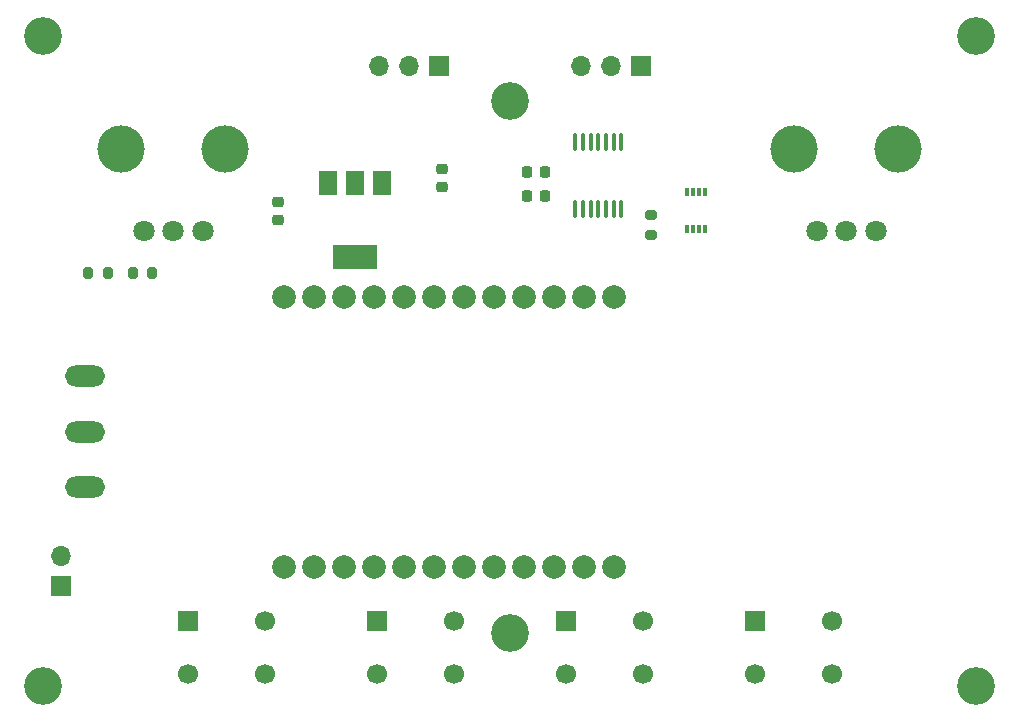
<source format=gbr>
%TF.GenerationSoftware,KiCad,Pcbnew,7.0.8*%
%TF.CreationDate,2024-05-14T18:15:29-04:00*%
%TF.ProjectId,mainboard,6d61696e-626f-4617-9264-2e6b69636164,rev?*%
%TF.SameCoordinates,Original*%
%TF.FileFunction,Soldermask,Top*%
%TF.FilePolarity,Negative*%
%FSLAX46Y46*%
G04 Gerber Fmt 4.6, Leading zero omitted, Abs format (unit mm)*
G04 Created by KiCad (PCBNEW 7.0.8) date 2024-05-14 18:15:29*
%MOMM*%
%LPD*%
G01*
G04 APERTURE LIST*
G04 Aperture macros list*
%AMRoundRect*
0 Rectangle with rounded corners*
0 $1 Rounding radius*
0 $2 $3 $4 $5 $6 $7 $8 $9 X,Y pos of 4 corners*
0 Add a 4 corners polygon primitive as box body*
4,1,4,$2,$3,$4,$5,$6,$7,$8,$9,$2,$3,0*
0 Add four circle primitives for the rounded corners*
1,1,$1+$1,$2,$3*
1,1,$1+$1,$4,$5*
1,1,$1+$1,$6,$7*
1,1,$1+$1,$8,$9*
0 Add four rect primitives between the rounded corners*
20,1,$1+$1,$2,$3,$4,$5,0*
20,1,$1+$1,$4,$5,$6,$7,0*
20,1,$1+$1,$6,$7,$8,$9,0*
20,1,$1+$1,$8,$9,$2,$3,0*%
G04 Aperture macros list end*
%ADD10RoundRect,0.100000X0.100000X-0.637500X0.100000X0.637500X-0.100000X0.637500X-0.100000X-0.637500X0*%
%ADD11RoundRect,0.200000X-0.200000X-0.275000X0.200000X-0.275000X0.200000X0.275000X-0.200000X0.275000X0*%
%ADD12C,4.000000*%
%ADD13C,1.800000*%
%ADD14C,3.200000*%
%ADD15C,2.000000*%
%ADD16R,1.700000X1.700000*%
%ADD17C,1.700000*%
%ADD18RoundRect,0.225000X0.225000X0.250000X-0.225000X0.250000X-0.225000X-0.250000X0.225000X-0.250000X0*%
%ADD19RoundRect,0.225000X-0.250000X0.225000X-0.250000X-0.225000X0.250000X-0.225000X0.250000X0.225000X0*%
%ADD20O,1.700000X1.700000*%
%ADD21RoundRect,0.200000X0.275000X-0.200000X0.275000X0.200000X-0.275000X0.200000X-0.275000X-0.200000X0*%
%ADD22O,3.400000X1.800000*%
%ADD23R,1.500000X2.000000*%
%ADD24R,3.800000X2.000000*%
%ADD25R,0.300000X0.800000*%
G04 APERTURE END LIST*
D10*
%TO.C,U1*%
X145550000Y-76145434D03*
X146200000Y-76145434D03*
X146850000Y-76145434D03*
X147500000Y-76145434D03*
X148150000Y-76145434D03*
X148800000Y-76145434D03*
X149450000Y-76145434D03*
X149450000Y-70420434D03*
X148800000Y-70420434D03*
X148150000Y-70420434D03*
X147500000Y-70420434D03*
X146850000Y-70420434D03*
X146200000Y-70420434D03*
X145550000Y-70420434D03*
%TD*%
D11*
%TO.C,R2*%
X104335000Y-81532934D03*
X105985000Y-81532934D03*
%TD*%
D12*
%TO.C,RV2*%
X164100000Y-71000000D03*
X172900000Y-71000000D03*
D13*
X171000000Y-78000000D03*
X168500000Y-78000000D03*
X166000000Y-78000000D03*
%TD*%
D14*
%TO.C,REF\u002A\u002A*%
X100500000Y-61500000D03*
%TD*%
D15*
%TO.C,U3*%
X120890000Y-83548135D03*
X123430000Y-83548135D03*
X125970000Y-83548135D03*
X128510000Y-83548135D03*
X131050000Y-83548135D03*
X133590000Y-83548135D03*
X136130000Y-83548135D03*
X138670000Y-83548135D03*
X141210000Y-83548135D03*
X143750000Y-83548135D03*
X146290000Y-83548135D03*
X148830000Y-83548135D03*
X120890000Y-106409999D03*
X123430000Y-106409999D03*
X125970000Y-106409999D03*
X128510000Y-106409999D03*
X131050000Y-106409999D03*
X133590000Y-106409999D03*
X136130000Y-106409999D03*
X138670000Y-106409999D03*
X141210000Y-106409999D03*
X143750000Y-106409999D03*
X146290000Y-106409999D03*
X148830000Y-106409999D03*
%TD*%
D16*
%TO.C,SW5*%
X160750000Y-111000000D03*
D17*
X167250000Y-111000000D03*
X160750000Y-115500000D03*
X167250000Y-115500000D03*
%TD*%
D18*
%TO.C,C3*%
X143025000Y-75000000D03*
X141475000Y-75000000D03*
%TD*%
D19*
%TO.C,C4*%
X134250000Y-72725000D03*
X134250000Y-74275000D03*
%TD*%
D14*
%TO.C,REF\u002A\u002A*%
X140000000Y-67000000D03*
%TD*%
D16*
%TO.C,SW2*%
X128750000Y-111000000D03*
D17*
X135250000Y-111000000D03*
X128750000Y-115500000D03*
X135250000Y-115500000D03*
%TD*%
D16*
%TO.C,J2*%
X134000000Y-64000000D03*
D20*
X131460000Y-64000000D03*
X128920000Y-64000000D03*
%TD*%
D16*
%TO.C,SW3*%
X144750000Y-111000000D03*
D17*
X151250000Y-111000000D03*
X144750000Y-115500000D03*
X151250000Y-115500000D03*
%TD*%
D21*
%TO.C,R1*%
X152000000Y-78317554D03*
X152000000Y-76667554D03*
%TD*%
D16*
%TO.C,SW1*%
X112750000Y-111000000D03*
D17*
X119250000Y-111000000D03*
X112750000Y-115500000D03*
X119250000Y-115500000D03*
%TD*%
D14*
%TO.C,REF\u002A\u002A*%
X100500000Y-116500000D03*
%TD*%
D19*
%TO.C,C1*%
X120410000Y-75507934D03*
X120410000Y-77057934D03*
%TD*%
D14*
%TO.C,REF\u002A\u002A*%
X179500000Y-116500000D03*
%TD*%
D22*
%TO.C,SW4*%
X104000000Y-99700000D03*
X104000000Y-95000000D03*
X104000000Y-90300000D03*
%TD*%
D14*
%TO.C,REF\u002A\u002A*%
X179500000Y-61500000D03*
%TD*%
D11*
%TO.C,R3*%
X108090000Y-81532934D03*
X109740000Y-81532934D03*
%TD*%
D12*
%TO.C,RV1*%
X107100000Y-71000000D03*
X115900000Y-71000000D03*
D13*
X114000000Y-78000000D03*
X111500000Y-78000000D03*
X109000000Y-78000000D03*
%TD*%
D16*
%TO.C,J3*%
X151080000Y-64000000D03*
D20*
X148540000Y-64000000D03*
X146000000Y-64000000D03*
%TD*%
D23*
%TO.C,U5*%
X129210000Y-73882934D03*
X126910000Y-73882934D03*
D24*
X126910000Y-80182934D03*
D23*
X124610000Y-73882934D03*
%TD*%
D25*
%TO.C,U2*%
X155000000Y-77792554D03*
X155500000Y-77792554D03*
X156000000Y-77792554D03*
X156500000Y-77792554D03*
X156500000Y-74692554D03*
X156000000Y-74692554D03*
X155500000Y-74692554D03*
X155000000Y-74692554D03*
%TD*%
D14*
%TO.C,REF\u002A\u002A*%
X140000000Y-112000000D03*
%TD*%
D16*
%TO.C,J1*%
X102000000Y-108000000D03*
D20*
X102000000Y-105460000D03*
%TD*%
D18*
%TO.C,C2*%
X143025000Y-73000000D03*
X141475000Y-73000000D03*
%TD*%
M02*

</source>
